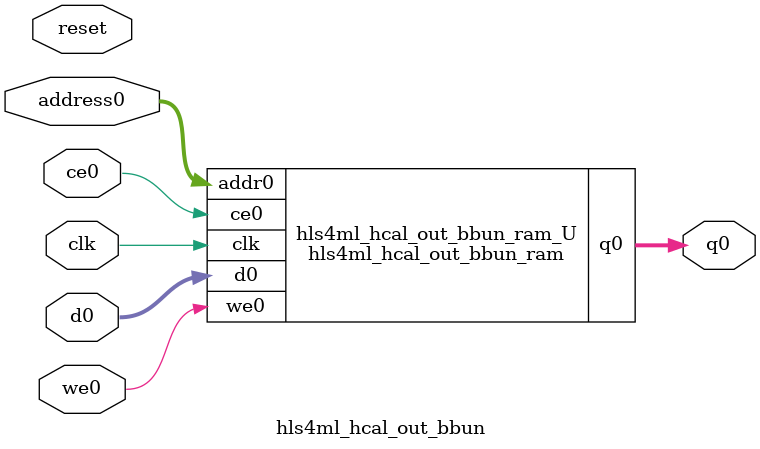
<source format=v>

`timescale 1 ns / 1 ps
module hls4ml_hcal_out_bbun_ram (addr0, ce0, d0, we0, q0,  clk);

parameter DWIDTH = 32;
parameter AWIDTH = 9;
parameter MEM_SIZE = 512;

input[AWIDTH-1:0] addr0;
input ce0;
input[DWIDTH-1:0] d0;
input we0;
output reg[DWIDTH-1:0] q0;
input clk;

(* ram_style = "block" *)reg [DWIDTH-1:0] ram[0:MEM_SIZE-1];




always @(posedge clk)  
begin 
    if (ce0) 
    begin
        if (we0) 
        begin 
            ram[addr0] <= d0; 
            q0 <= d0;
        end 
        else 
            q0 <= ram[addr0];
    end
end


endmodule


`timescale 1 ns / 1 ps
module hls4ml_hcal_out_bbun(
    reset,
    clk,
    address0,
    ce0,
    we0,
    d0,
    q0);

parameter DataWidth = 32'd32;
parameter AddressRange = 32'd512;
parameter AddressWidth = 32'd9;
input reset;
input clk;
input[AddressWidth - 1:0] address0;
input ce0;
input we0;
input[DataWidth - 1:0] d0;
output[DataWidth - 1:0] q0;



hls4ml_hcal_out_bbun_ram hls4ml_hcal_out_bbun_ram_U(
    .clk( clk ),
    .addr0( address0 ),
    .ce0( ce0 ),
    .d0( d0 ),
    .we0( we0 ),
    .q0( q0 ));

endmodule


</source>
